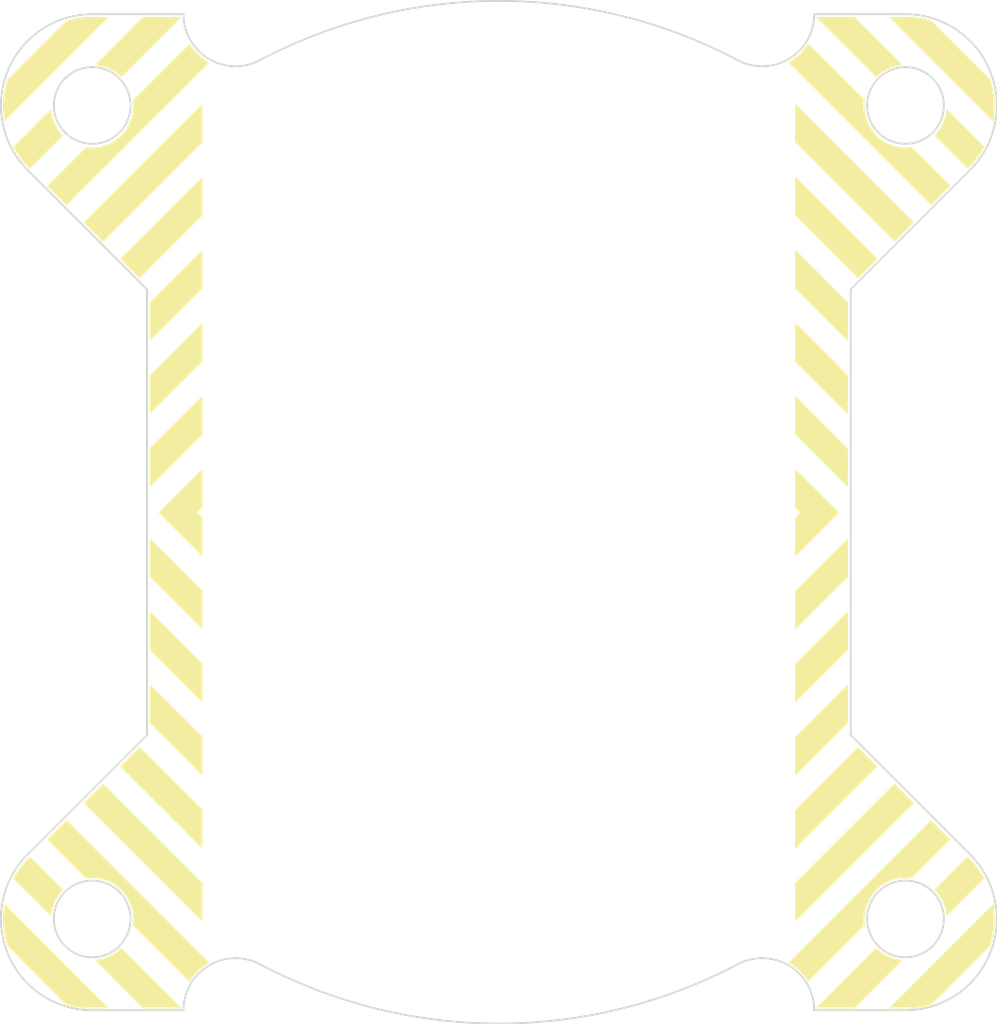
<source format=kicad_pcb>
(kicad_pcb (version 20221018) (generator pcbnew)

  (general
    (thickness 0.8)
  )

  (paper "A4")
  (layers
    (0 "F.Cu" signal)
    (31 "B.Cu" signal)
    (32 "B.Adhes" user "B.Adhesive")
    (33 "F.Adhes" user "F.Adhesive")
    (34 "B.Paste" user)
    (35 "F.Paste" user)
    (36 "B.SilkS" user "B.Silkscreen")
    (37 "F.SilkS" user "F.Silkscreen")
    (38 "B.Mask" user)
    (39 "F.Mask" user)
    (40 "Dwgs.User" user "User.Drawings")
    (41 "Cmts.User" user "User.Comments")
    (42 "Eco1.User" user "User.Eco1")
    (43 "Eco2.User" user "User.Eco2")
    (44 "Edge.Cuts" user)
    (45 "Margin" user)
    (46 "B.CrtYd" user "B.Courtyard")
    (47 "F.CrtYd" user "F.Courtyard")
    (48 "B.Fab" user)
    (49 "F.Fab" user)
    (50 "User.1" user)
    (51 "User.2" user)
    (52 "User.3" user)
    (53 "User.4" user)
    (54 "User.5" user)
    (55 "User.6" user)
    (56 "User.7" user)
    (57 "User.8" user)
    (58 "User.9" user)
  )

  (setup
    (stackup
      (layer "F.SilkS" (type "Top Silk Screen"))
      (layer "F.Paste" (type "Top Solder Paste"))
      (layer "F.Mask" (type "Top Solder Mask") (thickness 0.01))
      (layer "F.Cu" (type "copper") (thickness 0.035))
      (layer "dielectric 1" (type "core") (thickness 0.71) (material "FR4") (epsilon_r 4.5) (loss_tangent 0.02))
      (layer "B.Cu" (type "copper") (thickness 0.035))
      (layer "B.Mask" (type "Bottom Solder Mask") (thickness 0.01))
      (layer "B.Paste" (type "Bottom Solder Paste"))
      (layer "B.SilkS" (type "Bottom Silk Screen"))
      (copper_finish "None")
      (dielectric_constraints no)
    )
    (pad_to_mask_clearance 0)
    (pcbplotparams
      (layerselection 0x00010fc_ffffffff)
      (plot_on_all_layers_selection 0x0000000_00000000)
      (disableapertmacros false)
      (usegerberextensions false)
      (usegerberattributes true)
      (usegerberadvancedattributes true)
      (creategerberjobfile true)
      (dashed_line_dash_ratio 12.000000)
      (dashed_line_gap_ratio 3.000000)
      (svgprecision 4)
      (plotframeref false)
      (viasonmask false)
      (mode 1)
      (useauxorigin false)
      (hpglpennumber 1)
      (hpglpenspeed 20)
      (hpglpendiameter 15.000000)
      (dxfpolygonmode true)
      (dxfimperialunits true)
      (dxfusepcbnewfont true)
      (psnegative false)
      (psa4output false)
      (plotreference true)
      (plotvalue true)
      (plotinvisibletext false)
      (sketchpadsonfab false)
      (subtractmaskfromsilk false)
      (outputformat 1)
      (mirror false)
      (drillshape 1)
      (scaleselection 1)
      (outputdirectory "")
    )
  )

  (net 0 "")

  (gr_poly locked
    (pts
      (xy 143.536924 93.2631)
      (xy 143.546924 93.1231)
      (xy 143.556924 92.8931)
      (xy 143.546924 92.6431)
      (xy 143.506924 92.4131)
      (xy 143.446924 92.1731)
      (xy 141.836924 90.5631)
      (xy 141.656924 90.5131)
      (xy 141.366924 90.4631)
      (xy 140.736924 90.4631)
    )

    (stroke (width 0.05) (type solid)) (fill solid) (layer "F.SilkS") (tstamp 0066957d-064d-4df8-bbdd-2fc147b101bf))
  (gr_poly locked
    (pts
      (xy 143.536924 114.7631)
      (xy 143.546924 114.9031)
      (xy 143.556924 115.1331)
      (xy 143.546924 115.3831)
      (xy 143.506924 115.6131)
      (xy 143.446924 115.8531)
      (xy 141.836924 117.4631)
      (xy 141.656924 117.5131)
      (xy 141.366924 117.5631)
      (xy 140.736924 117.5631)
    )

    (stroke (width 0.05) (type solid)) (fill solid) (layer "F.SilkS") (tstamp 02424e55-afe7-4d75-bf10-fd91e4730eb4))
  (gr_poly locked
    (pts
      (xy 138.136924 99.8631)
      (xy 139.536924 101.2631)
      (xy 139.536924 100.2631)
      (xy 138.136924 98.8631)
    )

    (stroke (width 0.05) (type solid)) (fill solid) (layer "F.SilkS") (tstamp 0c889dde-60bb-435a-b81b-68f4cd4fc644))
  (gr_poly locked
    (pts
      (xy 138.136924 104.1631)
      (xy 138.336924 103.9631)
      (xy 139.286924 104.0131)
      (xy 138.136924 105.1631)
    )

    (stroke (width 0.05) (type solid)) (fill solid) (layer "F.SilkS") (tstamp 18217059-470c-47cd-8043-ef8dc7f65366))
  (gr_poly locked
    (pts
      (xy 121.863124 106.1631)
      (xy 120.463124 104.7631)
      (xy 120.463124 105.7631)
      (xy 121.863124 107.1631)
    )

    (stroke (width 0.05) (type solid)) (fill solid) (layer "F.SilkS") (tstamp 2beed1e7-79de-41c7-9e08-ca534def5c6c))
  (gr_poly locked
    (pts
      (xy 121.863124 99.8631)
      (xy 120.463124 101.2631)
      (xy 120.463124 100.2631)
      (xy 121.863124 98.8631)
    )

    (stroke (width 0.05) (type solid)) (fill solid) (layer "F.SilkS") (tstamp 43b85f35-b088-4524-94d3-3a1ac85c22cb))
  (gr_poly locked
    (pts
      (xy 117.663124 112.9631)
      (xy 118.163124 112.4631)
      (xy 122.033124 116.3331)
      (xy 121.983124 116.3631)
      (xy 121.923124 116.4031)
      (xy 121.843124 116.4631)
      (xy 121.793124 116.5031)
      (xy 121.683124 116.6131)
      (xy 121.623124 116.6831)
      (xy 121.583124 116.7331)
      (xy 121.523124 116.8231)
      (xy 120.003124 115.3031)
      (xy 120.013124 115.1931)
      (xy 120.003124 115.0131)
      (xy 119.983124 114.8831)
      (xy 119.933124 114.7231)
      (xy 119.863124 114.5731)
      (xy 119.783124 114.4531)
      (xy 119.673124 114.3231)
      (xy 119.573124 114.2331)
      (xy 119.423124 114.1331)
      (xy 119.343124 114.0931)
      (xy 119.213124 114.0431)
      (xy 119.093124 114.0131)
      (xy 118.953124 113.9931)
      (xy 118.823124 113.9931)
      (xy 118.703124 114.0031)
    )

    (stroke (width 0.05) (type solid)) (fill solid) (layer "F.SilkS") (tstamp 44cc199d-41be-43a6-8a9c-ae589ff73e32))
  (gr_poly locked
    (pts
      (xy 121.863124 112.1631)
      (xy 120.163124 110.4631)
      (xy 119.663124 110.9631)
      (xy 121.863124 113.1631)
    )

    (stroke (width 0.05) (type solid)) (fill solid) (layer "F.SilkS") (tstamp 47845c0f-b1a6-4f84-8dd8-4694b15f61dd))
  (gr_poly locked
    (pts
      (xy 121.863124 114.1631)
      (xy 119.163124 111.4631)
      (xy 118.663124 111.9631)
      (xy 121.863124 115.1631)
    )

    (stroke (width 0.05) (type solid)) (fill solid) (layer "F.SilkS") (tstamp 64706a49-d85c-41b4-a818-f27688411e94))
  (gr_poly locked
    (pts
      (xy 138.136924 103.8631)
      (xy 138.786924 104.5131)
      (xy 139.286924 104.0131)
      (xy 138.136924 102.8631)
    )

    (stroke (width 0.05) (type solid)) (fill solid) (layer "F.SilkS") (tstamp 677b8570-05c5-4fb8-b037-c7cfc643715f))
  (gr_poly locked
    (pts
      (xy 142.836924 113.4631)
      (xy 143.006924 113.6331)
      (xy 143.276924 114.0231)
      (xy 142.276924 115.0231)
      (xy 142.266924 114.9331)
      (xy 142.256924 114.8831)
      (xy 142.246924 114.8431)
      (xy 142.226924 114.7731)
      (xy 142.196924 114.6931)
      (xy 142.136924 114.5731)
      (xy 142.106924 114.5231)
      (xy 142.066924 114.4631)
      (xy 141.986924 114.3631)
      (xy 141.966924 114.3431)
      (xy 141.966924 114.3331)
    )

    (stroke (width 0.05) (type solid)) (fill solid) (layer "F.SilkS") (tstamp 6d0fc07e-c897-484d-9c99-d40d579adeb3))
  (gr_poly locked
    (pts
      (xy 138.136924 114.1631)
      (xy 140.836924 111.4631)
      (xy 141.336924 111.9631)
      (xy 138.136924 115.1631)
    )

    (stroke (width 0.05) (type solid)) (fill solid) (layer "F.SilkS") (tstamp 6eebd422-ec48-4de8-b256-628bd1fdbe96))
  (gr_poly locked
    (pts
      (xy 121.863124 104.1631)
      (xy 121.663124 103.9631)
      (xy 120.713124 104.0131)
      (xy 121.863124 105.1631)
    )

    (stroke (width 0.05) (type solid)) (fill solid) (layer "F.SilkS") (tstamp 9374985e-b732-4bca-8929-8cb89ebebe7d))
  (gr_poly locked
    (pts
      (xy 142.836924 94.5631)
      (xy 143.006924 94.3931)
      (xy 143.276924 94.0031)
      (xy 142.276924 93.0031)
      (xy 142.266924 93.0931)
      (xy 142.256924 93.1431)
      (xy 142.246924 93.1831)
      (xy 142.226924 93.2531)
      (xy 142.196924 93.3331)
      (xy 142.136924 93.4531)
      (xy 142.106924 93.5031)
      (xy 142.066924 93.5631)
      (xy 141.986924 93.6631)
      (xy 141.966924 93.6831)
      (xy 141.966924 93.6931)
    )

    (stroke (width 0.05) (type solid)) (fill solid) (layer "F.SilkS") (tstamp 9c8bf0e2-0550-4f7a-8b4f-0f995c356e89))
  (gr_poly locked
    (pts
      (xy 121.863124 110.1631)
      (xy 120.463124 108.7631)
      (xy 120.463124 109.7631)
      (xy 121.863124 111.1631)
    )

    (stroke (width 0.05) (type solid)) (fill solid) (layer "F.SilkS") (tstamp 9d7a8208-c9fe-4b96-ae70-23a59f97d345))
  (gr_poly locked
    (pts
      (xy 142.336924 95.0631)
      (xy 141.836924 95.5631)
      (xy 137.966924 91.6931)
      (xy 138.016924 91.6631)
      (xy 138.076924 91.6231)
      (xy 138.156924 91.5631)
      (xy 138.206924 91.5231)
      (xy 138.316924 91.4131)
      (xy 138.376924 91.3431)
      (xy 138.416924 91.2931)
      (xy 138.476924 91.2031)
      (xy 139.996924 92.7231)
      (xy 139.986924 92.8331)
      (xy 139.996924 93.0131)
      (xy 140.016924 93.1431)
      (xy 140.066924 93.3031)
      (xy 140.136924 93.4531)
      (xy 140.216924 93.5731)
      (xy 140.326924 93.7031)
      (xy 140.426924 93.7931)
      (xy 140.576924 93.8931)
      (xy 140.656924 93.9331)
      (xy 140.786924 93.9831)
      (xy 140.906924 94.0131)
      (xy 141.046924 94.0331)
      (xy 141.176924 94.0331)
      (xy 141.296924 94.0231)
    )

    (stroke (width 0.05) (type solid)) (fill solid) (layer "F.SilkS") (tstamp 9e8bfbd4-2b11-4dd9-a927-150ff93add3d))
  (gr_poly locked
    (pts
      (xy 139.736924 90.4631)
      (xy 138.736924 90.4631)
      (xy 140.336924 92.0631)
      (xy 140.356924 92.0431)
      (xy 140.416924 91.9931)
      (xy 140.466924 91.9531)
      (xy 140.596924 91.8731)
      (xy 140.726924 91.8131)
      (xy 140.866924 91.7731)
      (xy 141.016924 91.7431)
    )

    (stroke (width 0.05) (type solid)) (fill solid) (layer "F.SilkS") (tstamp 9eade9f7-c8f6-4976-97d1-48051e3e4e6e))
  (gr_poly locked
    (pts
      (xy 138.136924 101.8631)
      (xy 139.536924 103.2631)
      (xy 139.536924 102.2631)
      (xy 138.136924 100.8631)
    )

    (stroke (width 0.05) (type solid)) (fill solid) (layer "F.SilkS") (tstamp 9ef2b0b7-146f-4634-8d4f-24b95b137102))
  (gr_poly locked
    (pts
      (xy 117.663124 95.0631)
      (xy 118.163124 95.5631)
      (xy 122.033124 91.6931)
      (xy 121.983124 91.6631)
      (xy 121.923124 91.6231)
      (xy 121.843124 91.5631)
      (xy 121.793124 91.5231)
      (xy 121.683124 91.4131)
      (xy 121.623124 91.3431)
      (xy 121.583124 91.2931)
      (xy 121.523124 91.2031)
      (xy 120.003124 92.7231)
      (xy 120.013124 92.8331)
      (xy 120.003124 93.0131)
      (xy 119.983124 93.1431)
      (xy 119.933124 93.3031)
      (xy 119.863124 93.4531)
      (xy 119.783124 93.5731)
      (xy 119.673124 93.7031)
      (xy 119.573124 93.7931)
      (xy 119.423124 93.8931)
      (xy 119.343124 93.9331)
      (xy 119.213124 93.9831)
      (xy 119.093124 94.0131)
      (xy 118.953124 94.0331)
      (xy 118.823124 94.0331)
      (xy 118.703124 94.0231)
    )

    (stroke (width 0.05) (type solid)) (fill solid) (layer "F.SilkS") (tstamp a3008e76-11b3-430c-8a54-ec5eec85bded))
  (gr_poly locked
    (pts
      (xy 117.163124 94.5631)
      (xy 116.993124 94.3931)
      (xy 116.723124 94.0031)
      (xy 117.723124 93.0031)
      (xy 117.733124 93.0931)
      (xy 117.743124 93.1431)
      (xy 117.753124 93.1831)
      (xy 117.773124 93.2531)
      (xy 117.803124 93.3331)
      (xy 117.863124 93.4531)
      (xy 117.893124 93.5031)
      (xy 117.933124 93.5631)
      (xy 118.013124 93.6631)
      (xy 118.033124 93.6831)
      (xy 118.033124 93.6931)
    )

    (stroke (width 0.05) (type solid)) (fill solid) (layer "F.SilkS") (tstamp a594e097-e7c5-4947-8331-76001ecdbef3))
  (gr_poly locked
    (pts
      (xy 142.336924 112.9631)
      (xy 141.836924 112.4631)
      (xy 137.966924 116.3331)
      (xy 138.016924 116.3631)
      (xy 138.076924 116.4031)
      (xy 138.156924 116.4631)
      (xy 138.206924 116.5031)
      (xy 138.316924 116.6131)
      (xy 138.376924 116.6831)
      (xy 138.416924 116.7331)
      (xy 138.476924 116.8231)
      (xy 139.996924 115.3031)
      (xy 139.986924 115.1931)
      (xy 139.996924 115.0131)
      (xy 140.016924 114.8831)
      (xy 140.066924 114.7231)
      (xy 140.136924 114.5731)
      (xy 140.216924 114.4531)
      (xy 140.326924 114.3231)
      (xy 140.426924 114.2331)
      (xy 140.576924 114.1331)
      (xy 140.656924 114.0931)
      (xy 140.786924 114.0431)
      (xy 140.906924 114.0131)
      (xy 141.046924 113.9931)
      (xy 141.176924 113.9931)
      (xy 141.296924 114.0031)
    )

    (stroke (width 0.05) (type solid)) (fill solid) (layer "F.SilkS") (tstamp a770b05e-c840-4710-bdf9-d0c627dbb551))
  (gr_poly locked
    (pts
      (xy 121.863124 108.1631)
      (xy 120.463124 106.7631)
      (xy 120.463124 107.7631)
      (xy 121.863124 109.1631)
    )

    (stroke (width 0.05) (type solid)) (fill solid) (layer "F.SilkS") (tstamp babf87b6-0968-451c-80e5-b449438ebda6))
  (gr_poly locked
    (pts
      (xy 138.136924 95.8631)
      (xy 139.836924 97.5631)
      (xy 140.336924 97.0631)
      (xy 138.136924 94.8631)
    )

    (stroke (width 0.05) (type solid)) (fill solid) (layer "F.SilkS") (tstamp bddd8326-852f-4695-a132-f25ccda13c3e))
  (gr_poly locked
    (pts
      (xy 121.863124 97.8631)
      (xy 120.463124 99.2631)
      (xy 120.463124 98.2631)
      (xy 121.863124 96.8631)
    )

    (stroke (width 0.05) (type solid)) (fill solid) (layer "F.SilkS") (tstamp bf7a8fa5-05be-4d53-85bf-ae37a2880a68))
  (gr_poly locked
    (pts
      (xy 117.163124 113.4631)
      (xy 116.993124 113.6331)
      (xy 116.723124 114.0231)
      (xy 117.723124 115.0231)
      (xy 117.733124 114.9331)
      (xy 117.743124 114.8831)
      (xy 117.753124 114.8431)
      (xy 117.773124 114.7731)
      (xy 117.803124 114.6931)
      (xy 117.863124 114.5731)
      (xy 117.893124 114.5231)
      (xy 117.933124 114.4631)
      (xy 118.013124 114.3631)
      (xy 118.033124 114.3431)
      (xy 118.033124 114.3331)
    )

    (stroke (width 0.05) (type solid)) (fill solid) (layer "F.SilkS") (tstamp c401ff96-5b8b-48f4-a958-cee6d4877bde))
  (gr_poly locked
    (pts
      (xy 121.863124 95.8631)
      (xy 120.163124 97.5631)
      (xy 119.663124 97.0631)
      (xy 121.863124 94.8631)
    )

    (stroke (width 0.05) (type solid)) (fill solid) (layer "F.SilkS") (tstamp ce405751-dab0-4433-aa73-150e68e686ea))
  (gr_poly locked
    (pts
      (xy 138.136924 97.8631)
      (xy 139.536924 99.2631)
      (xy 139.536924 98.2631)
      (xy 138.136924 96.8631)
    )

    (stroke (width 0.05) (type solid)) (fill solid) (layer "F.SilkS") (tstamp d23b554d-1bef-4076-8104-be2052ebab8f))
  (gr_poly locked
    (pts
      (xy 138.136924 108.1631)
      (xy 139.536924 106.7631)
      (xy 139.536924 107.7631)
      (xy 138.136924 109.1631)
    )

    (stroke (width 0.05) (type solid)) (fill solid) (layer "F.SilkS") (tstamp d2b08e63-9567-4820-93ed-7b85b734e95c))
  (gr_poly locked
    (pts
      (xy 138.136924 112.1631)
      (xy 139.836924 110.4631)
      (xy 140.336924 110.9631)
      (xy 138.136924 113.1631)
    )

    (stroke (width 0.05) (type solid)) (fill solid) (layer "F.SilkS") (tstamp dac33cdb-d236-4dbb-bd2f-6d6d7e8afc19))
  (gr_poly locked
    (pts
      (xy 116.463124 93.2631)
      (xy 116.453124 93.1231)
      (xy 116.443124 92.8931)
      (xy 116.453124 92.6431)
      (xy 116.493124 92.4131)
      (xy 116.553124 92.1731)
      (xy 118.163124 90.5631)
      (xy 118.343124 90.5131)
      (xy 118.633124 90.4631)
      (xy 119.263124 90.4631)
    )

    (stroke (width 0.05) (type solid)) (fill solid) (layer "F.SilkS") (tstamp ddb34638-a34a-4bcf-9e4d-ac0bcba73746))
  (gr_poly locked
    (pts
      (xy 116.463124 114.7631)
      (xy 116.453124 114.9031)
      (xy 116.443124 115.1331)
      (xy 116.453124 115.3831)
      (xy 116.493124 115.6131)
      (xy 116.553124 115.8531)
      (xy 118.163124 117.4631)
      (xy 118.343124 117.5131)
      (xy 118.633124 117.5631)
      (xy 119.263124 117.5631)
    )

    (stroke (width 0.05) (type solid)) (fill solid) (layer "F.SilkS") (tstamp e3ae613c-5cf7-4b39-8c00-a4f97517ac08))
  (gr_poly locked
    (pts
      (xy 120.263124 90.4631)
      (xy 121.263124 90.4631)
      (xy 119.663124 92.0631)
      (xy 119.643124 92.0431)
      (xy 119.583124 91.9931)
      (xy 119.533124 91.9531)
      (xy 119.403124 91.8731)
      (xy 119.273124 91.8131)
      (xy 119.133124 91.7731)
      (xy 118.983124 91.7431)
    )

    (stroke (width 0.05) (type solid)) (fill solid) (layer "F.SilkS") (tstamp e66934fd-2ba9-45a1-bc98-18eabac3f4ee))
  (gr_poly locked
    (pts
      (xy 120.263124 117.5631)
      (xy 121.263124 117.5631)
      (xy 119.663124 115.9631)
      (xy 119.643124 115.9831)
      (xy 119.583124 116.0331)
      (xy 119.533124 116.0731)
      (xy 119.403124 116.1531)
      (xy 119.273124 116.2131)
      (xy 119.133124 116.2531)
      (xy 118.983124 116.2831)
    )

    (stroke (width 0.05) (type solid)) (fill solid) (layer "F.SilkS") (tstamp e9a92d0f-b800-4fa6-8ebc-c346d7bcc2db))
  (gr_poly locked
    (pts
      (xy 139.736924 117.5631)
      (xy 138.736924 117.5631)
      (xy 140.336924 115.9631)
      (xy 140.356924 115.9831)
      (xy 140.416924 116.0331)
      (xy 140.466924 116.0731)
      (xy 140.596924 116.1531)
      (xy 140.726924 116.2131)
      (xy 140.866924 116.2531)
      (xy 141.016924 116.2831)
    )

    (stroke (width 0.05) (type solid)) (fill solid) (layer "F.SilkS") (tstamp eca65e1f-7462-4778-a393-0076c950d6ef))
  (gr_poly locked
    (pts
      (xy 121.863124 103.8631)
      (xy 121.213124 104.5131)
      (xy 120.713124 104.0131)
      (xy 121.863124 102.8631)
    )

    (stroke (width 0.05) (type solid)) (fill solid) (layer "F.SilkS") (tstamp f0e91d10-79ad-4586-8679-8a6837f648b5))
  (gr_poly locked
    (pts
      (xy 138.136924 110.1631)
      (xy 139.536924 108.7631)
      (xy 139.536924 109.7631)
      (xy 138.136924 111.1631)
    )

    (stroke (width 0.05) (type solid)) (fill solid) (layer "F.SilkS") (tstamp f2971c9e-3750-4d7e-942d-5686a8a4a58c))
  (gr_poly locked
    (pts
      (xy 138.136924 93.8631)
      (xy 140.836924 96.5631)
      (xy 141.336924 96.0631)
      (xy 138.136924 92.8631)
    )

    (stroke (width 0.05) (type solid)) (fill solid) (layer "F.SilkS") (tstamp f410e1fc-e759-49de-9758-4826ec826c67))
  (gr_poly locked
    (pts
      (xy 138.136924 106.1631)
      (xy 139.536924 104.7631)
      (xy 139.536924 105.7631)
      (xy 138.136924 107.1631)
    )

    (stroke (width 0.05) (type solid)) (fill solid) (layer "F.SilkS") (tstamp f7974a91-bc69-4d60-b21f-c1640c884b69))
  (gr_poly locked
    (pts
      (xy 121.863124 93.8631)
      (xy 119.163124 96.5631)
      (xy 118.663124 96.0631)
      (xy 121.863124 92.8631)
    )

    (stroke (width 0.05) (type solid)) (fill solid) (layer "F.SilkS") (tstamp f87c7fe0-e4ad-4678-9e6d-bd8456e95bdc))
  (gr_poly locked
    (pts
      (xy 121.863124 101.8631)
      (xy 120.463124 103.2631)
      (xy 120.463124 102.2631)
      (xy 121.863124 100.8631)
    )

    (stroke (width 0.05) (type solid)) (fill solid) (layer "F.SilkS") (tstamp fe03c89c-7070-41c9-9bc6-c85ecc3f2384))
  (gr_line locked (start 118.863124 117.6369) (end 121.363094 117.6369)
    (stroke (width 0.05) (type solid)) (layer "Edge.Cuts") (tstamp 07336583-fbd6-46df-aa90-f5172e52882c))
  (gr_line locked (start 138.636954 90.3631) (end 141.136924 90.3631)
    (stroke (width 0.05) (type solid)) (layer "Edge.Cuts") (tstamp 0911e7a6-6375-4b1c-be52-f4857a2cdc68))
  (gr_line locked (start 141.136924 117.6369) (end 138.636954 117.6369)
    (stroke (width 0.05) (type solid)) (layer "Edge.Cuts") (tstamp 0af06b14-5f6f-4ecf-9842-f8c0d421fb85))
  (gr_arc locked (start 136.544303 116.376284) (mid 130 118) (end 123.455702 116.376261)
    (stroke (width 0.05) (type solid)) (layer "Edge.Cuts") (tstamp 14643e91-b812-4e26-9c19-f7b044e1b32f))
  (gr_arc locked (start 138.636954 90.3631) (mid 137.946776 91.584615) (end 136.544309 91.623746)
    (stroke (width 0.05) (type solid)) (layer "Edge.Cuts") (tstamp 18cd803b-d535-4de9-b997-1e50c1e526ab))
  (gr_line locked (start 118.863124 90.3631) (end 121.363094 90.3631)
    (stroke (width 0.05) (type solid)) (layer "Edge.Cuts") (tstamp 2e495625-2e24-48cb-a0ec-34b35994e85d))
  (gr_circle locked (center 141.136924 92.8631) (end 142.186924 92.8631)
    (stroke (width 0.05) (type solid)) (fill none) (layer "Edge.Cuts") (tstamp 2ec8ea74-a82c-4a15-8d0c-f80d9b5f2b67))
  (gr_arc locked (start 117.095357 94.630867) (mid 116.553425 91.906391) (end 118.863124 90.3631)
    (stroke (width 0.05) (type solid)) (layer "Edge.Cuts") (tstamp 3a777eaf-8906-4d60-9a08-eb4b809ab8e7))
  (gr_arc locked (start 123.455734 91.623748) (mid 122.05327 91.584613) (end 121.363094 90.3631)
    (stroke (width 0.05) (type solid)) (layer "Edge.Cuts") (tstamp 6a06a83e-dfe6-43ac-9b1d-7733f29a3bf6))
  (gr_line locked (start 139.636954 110.1014) (end 142.904724 113.36916)
    (stroke (width 0.05) (type solid)) (layer "Edge.Cuts") (tstamp 6dc2e4d6-426e-4788-ac48-df69dfc5eadf))
  (gr_line locked (start 139.636954 97.8986) (end 139.636954 110.1014)
    (stroke (width 0.05) (type solid)) (layer "Edge.Cuts") (tstamp 6eaac71d-2b49-4b49-bec6-822dba2c2881))
  (gr_arc locked (start 136.544309 116.376254) (mid 137.946776 116.415385) (end 138.636954 117.6369)
    (stroke (width 0.05) (type solid)) (layer "Edge.Cuts") (tstamp 744ef73b-3c70-40ec-ae97-9c4ae09c514f))
  (gr_circle locked (center 141.136924 115.1369) (end 142.186924 115.1369)
    (stroke (width 0.05) (type solid)) (fill none) (layer "Edge.Cuts") (tstamp 750ff9ed-b7d8-4d19-99bb-1fcb9afbdb2e))
  (gr_arc locked (start 118.863124 117.6369) (mid 116.553425 116.093609) (end 117.095357 113.369133)
    (stroke (width 0.05) (type solid)) (layer "Edge.Cuts") (tstamp 762b9238-999a-4a2c-b92a-39b208ff0c72))
  (gr_arc locked (start 123.455702 91.623739) (mid 130 90) (end 136.544303 91.623716)
    (stroke (width 0.05) (type solid)) (layer "Edge.Cuts") (tstamp 83499595-ae03-4b2f-a242-483df099f1dd))
  (gr_circle locked (center 118.863124 92.8631) (end 119.913124 92.8631)
    (stroke (width 0.05) (type solid)) (fill none) (layer "Edge.Cuts") (tstamp 85c83c13-4d88-4bb0-98d8-51c4787150ab))
  (gr_arc locked (start 141.136924 90.3631) (mid 143.446623 91.906391) (end 142.904691 94.630867)
    (stroke (width 0.05) (type solid)) (layer "Edge.Cuts") (tstamp 906022eb-8f11-441f-9faf-d36bfa670071))
  (gr_circle locked (center 118.863124 115.1369) (end 119.913124 115.1369)
    (stroke (width 0.05) (type solid)) (fill none) (layer "Edge.Cuts") (tstamp 932df937-1131-49ed-880c-9a777351831a))
  (gr_line locked (start 120.363094 110.1014) (end 117.095324 113.36916)
    (stroke (width 0.05) (type solid)) (layer "Edge.Cuts") (tstamp 9be8a125-f75e-47ac-aeb0-542d918eadc2))
  (gr_line locked (start 120.363094 97.8986) (end 120.363094 110.1014)
    (stroke (width 0.05) (type solid)) (layer "Edge.Cuts") (tstamp a8173bbd-54c7-49bc-8cda-04209cd78356))
  (gr_arc locked (start 121.363094 117.6369) (mid 122.05327 116.415387) (end 123.455734 116.376252)
    (stroke (width 0.05) (type solid)) (layer "Edge.Cuts") (tstamp a835154b-c399-485c-8c00-bc175dc5c683))
  (gr_arc locked (start 142.904691 113.369133) (mid 143.446623 116.093609) (end 141.136924 117.6369)
    (stroke (width 0.05) (type solid)) (layer "Edge.Cuts") (tstamp c2c55ed9-a5d9-4c17-80f7-4ffedc83db72))
  (gr_line locked (start 117.095324 94.63084) (end 120.363094 97.8986)
    (stroke (width 0.05) (type solid)) (layer "Edge.Cuts") (tstamp db16015a-a26e-4674-8f68-a754b4ff5579))
  (gr_line locked (start 142.904724 94.63084) (end 139.636954 97.8986)
    (stroke (width 0.05) (type solid)) (layer "Edge.Cuts") (tstamp eaee66d7-c264-41db-936c-926490d6cf02))

  (group "" locked (id 4d57c9e6-419e-4616-bc7d-045dcf1cbfed)
    (members
      07336583-fbd6-46df-aa90-f5172e52882c
      0911e7a6-6375-4b1c-be52-f4857a2cdc68
      0af06b14-5f6f-4ecf-9842-f8c0d421fb85
      14643e91-b812-4e26-9c19-f7b044e1b32f
      18cd803b-d535-4de9-b997-1e50c1e526ab
      2e495625-2e24-48cb-a0ec-34b35994e85d
      2ec8ea74-a82c-4a15-8d0c-f80d9b5f2b67
      3a777eaf-8906-4d60-9a08-eb4b809ab8e7
      6a06a83e-dfe6-43ac-9b1d-7733f29a3bf6
      6dc2e4d6-426e-4788-ac48-df69dfc5eadf
      6eaac71d-2b49-4b49-bec6-822dba2c2881
      744ef73b-3c70-40ec-ae97-9c4ae09c514f
      750ff9ed-b7d8-4d19-99bb-1fcb9afbdb2e
      762b9238-999a-4a2c-b92a-39b208ff0c72
      83499595-ae03-4b2f-a242-483df099f1dd
      85c83c13-4d88-4bb0-98d8-51c4787150ab
      906022eb-8f11-441f-9faf-d36bfa670071
      932df937-1131-49ed-880c-9a777351831a
      9be8a125-f75e-47ac-aeb0-542d918eadc2
      a8173bbd-54c7-49bc-8cda-04209cd78356
      a835154b-c399-485c-8c00-bc175dc5c683
      c2c55ed9-a5d9-4c17-80f7-4ffedc83db72
      db16015a-a26e-4674-8f68-a754b4ff5579
      eaee66d7-c264-41db-936c-926490d6cf02
    )
  )
)

</source>
